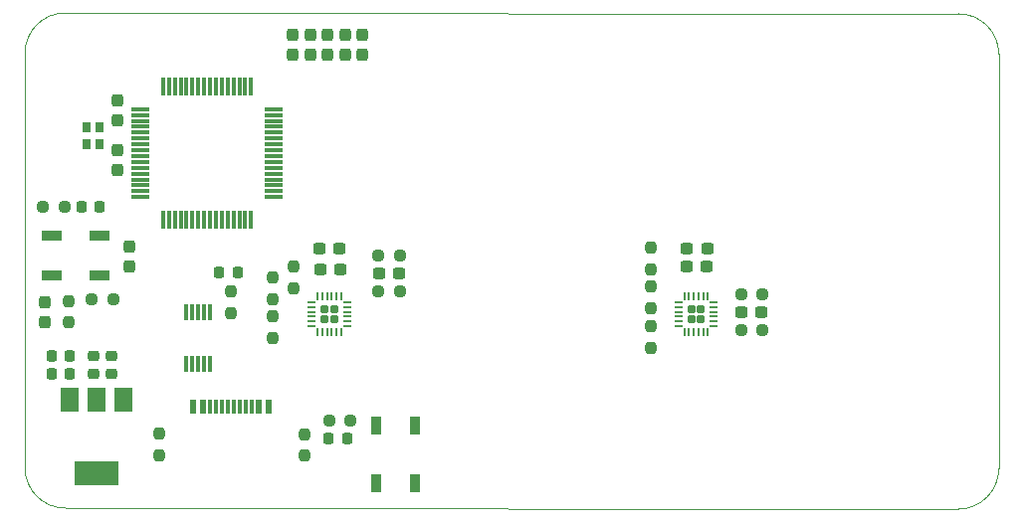
<source format=gtp>
%TF.GenerationSoftware,KiCad,Pcbnew,7.0.2-0*%
%TF.CreationDate,2024-06-12T14:29:37+08:00*%
%TF.ProjectId,angle_detect,616e676c-655f-4646-9574-6563742e6b69,rev?*%
%TF.SameCoordinates,Original*%
%TF.FileFunction,Paste,Top*%
%TF.FilePolarity,Positive*%
%FSLAX46Y46*%
G04 Gerber Fmt 4.6, Leading zero omitted, Abs format (unit mm)*
G04 Created by KiCad (PCBNEW 7.0.2-0) date 2024-06-12 14:29:37*
%MOMM*%
%LPD*%
G01*
G04 APERTURE LIST*
G04 Aperture macros list*
%AMRoundRect*
0 Rectangle with rounded corners*
0 $1 Rounding radius*
0 $2 $3 $4 $5 $6 $7 $8 $9 X,Y pos of 4 corners*
0 Add a 4 corners polygon primitive as box body*
4,1,4,$2,$3,$4,$5,$6,$7,$8,$9,$2,$3,0*
0 Add four circle primitives for the rounded corners*
1,1,$1+$1,$2,$3*
1,1,$1+$1,$4,$5*
1,1,$1+$1,$6,$7*
1,1,$1+$1,$8,$9*
0 Add four rect primitives between the rounded corners*
20,1,$1+$1,$2,$3,$4,$5,0*
20,1,$1+$1,$4,$5,$6,$7,0*
20,1,$1+$1,$6,$7,$8,$9,0*
20,1,$1+$1,$8,$9,$2,$3,0*%
%AMFreePoly0*
4,1,14,0.266715,0.088284,0.363284,-0.008285,0.375000,-0.036569,0.375000,-0.060000,0.363284,-0.088284,0.335000,-0.100000,-0.335000,-0.100000,-0.363284,-0.088284,-0.375000,-0.060000,-0.375000,0.060000,-0.363284,0.088284,-0.335000,0.100000,0.238431,0.100000,0.266715,0.088284,0.266715,0.088284,$1*%
%AMFreePoly1*
4,1,14,0.363284,0.088284,0.375000,0.060000,0.375000,0.036569,0.363284,0.008285,0.266715,-0.088284,0.238431,-0.100000,-0.335000,-0.100000,-0.363284,-0.088284,-0.375000,-0.060000,-0.375000,0.060000,-0.363284,0.088284,-0.335000,0.100000,0.335000,0.100000,0.363284,0.088284,0.363284,0.088284,$1*%
%AMFreePoly2*
4,1,14,0.088284,0.363284,0.100000,0.335000,0.100000,-0.335000,0.088284,-0.363284,0.060000,-0.375000,-0.060000,-0.375000,-0.088284,-0.363284,-0.100000,-0.335000,-0.100000,0.238431,-0.088284,0.266715,0.008285,0.363284,0.036569,0.375000,0.060000,0.375000,0.088284,0.363284,0.088284,0.363284,$1*%
%AMFreePoly3*
4,1,14,-0.008285,0.363284,0.088284,0.266715,0.100000,0.238431,0.100000,-0.335000,0.088284,-0.363284,0.060000,-0.375000,-0.060000,-0.375000,-0.088284,-0.363284,-0.100000,-0.335000,-0.100000,0.335000,-0.088284,0.363284,-0.060000,0.375000,-0.036569,0.375000,-0.008285,0.363284,-0.008285,0.363284,$1*%
%AMFreePoly4*
4,1,14,0.363284,0.088284,0.375000,0.060000,0.375000,-0.060000,0.363284,-0.088284,0.335000,-0.100000,-0.238431,-0.100000,-0.266715,-0.088284,-0.363284,0.008285,-0.375000,0.036569,-0.375000,0.060000,-0.363284,0.088284,-0.335000,0.100000,0.335000,0.100000,0.363284,0.088284,0.363284,0.088284,$1*%
%AMFreePoly5*
4,1,14,0.363284,0.088284,0.375000,0.060000,0.375000,-0.060000,0.363284,-0.088284,0.335000,-0.100000,-0.335000,-0.100000,-0.363284,-0.088284,-0.375000,-0.060000,-0.375000,-0.036569,-0.363284,-0.008285,-0.266715,0.088284,-0.238431,0.100000,0.335000,0.100000,0.363284,0.088284,0.363284,0.088284,$1*%
%AMFreePoly6*
4,1,14,0.088284,0.363284,0.100000,0.335000,0.100000,-0.238431,0.088284,-0.266715,-0.008285,-0.363284,-0.036569,-0.375000,-0.060000,-0.375000,-0.088284,-0.363284,-0.100000,-0.335000,-0.100000,0.335000,-0.088284,0.363284,-0.060000,0.375000,0.060000,0.375000,0.088284,0.363284,0.088284,0.363284,$1*%
%AMFreePoly7*
4,1,14,0.088284,0.363284,0.100000,0.335000,0.100000,-0.335000,0.088284,-0.363284,0.060000,-0.375000,0.036569,-0.375000,0.008285,-0.363284,-0.088284,-0.266715,-0.100000,-0.238431,-0.100000,0.335000,-0.088284,0.363284,-0.060000,0.375000,0.060000,0.375000,0.088284,0.363284,0.088284,0.363284,$1*%
G04 Aperture macros list end*
%ADD10RoundRect,0.237500X0.237500X-0.250000X0.237500X0.250000X-0.237500X0.250000X-0.237500X-0.250000X0*%
%ADD11RoundRect,0.225000X0.225000X0.250000X-0.225000X0.250000X-0.225000X-0.250000X0.225000X-0.250000X0*%
%ADD12R,0.300000X1.400000*%
%ADD13RoundRect,0.160000X0.160000X-0.195000X0.160000X0.195000X-0.160000X0.195000X-0.160000X-0.195000X0*%
%ADD14FreePoly0,90.000000*%
%ADD15RoundRect,0.050000X0.050000X-0.325000X0.050000X0.325000X-0.050000X0.325000X-0.050000X-0.325000X0*%
%ADD16FreePoly1,90.000000*%
%ADD17FreePoly2,90.000000*%
%ADD18RoundRect,0.050000X0.325000X-0.050000X0.325000X0.050000X-0.325000X0.050000X-0.325000X-0.050000X0*%
%ADD19FreePoly3,90.000000*%
%ADD20FreePoly4,90.000000*%
%ADD21FreePoly5,90.000000*%
%ADD22FreePoly6,90.000000*%
%ADD23FreePoly7,90.000000*%
%ADD24RoundRect,0.237500X-0.237500X0.300000X-0.237500X-0.300000X0.237500X-0.300000X0.237500X0.300000X0*%
%ADD25RoundRect,0.218750X0.218750X0.256250X-0.218750X0.256250X-0.218750X-0.256250X0.218750X-0.256250X0*%
%ADD26RoundRect,0.237500X-0.300000X-0.237500X0.300000X-0.237500X0.300000X0.237500X-0.300000X0.237500X0*%
%ADD27R,0.800000X0.900000*%
%ADD28RoundRect,0.225000X0.250000X-0.225000X0.250000X0.225000X-0.250000X0.225000X-0.250000X-0.225000X0*%
%ADD29RoundRect,0.237500X0.300000X0.237500X-0.300000X0.237500X-0.300000X-0.237500X0.300000X-0.237500X0*%
%ADD30RoundRect,0.237500X0.250000X0.237500X-0.250000X0.237500X-0.250000X-0.237500X0.250000X-0.237500X0*%
%ADD31RoundRect,0.075000X-0.700000X-0.075000X0.700000X-0.075000X0.700000X0.075000X-0.700000X0.075000X0*%
%ADD32RoundRect,0.075000X-0.075000X-0.700000X0.075000X-0.700000X0.075000X0.700000X-0.075000X0.700000X0*%
%ADD33RoundRect,0.237500X0.237500X-0.300000X0.237500X0.300000X-0.237500X0.300000X-0.237500X-0.300000X0*%
%ADD34R,0.600000X1.240000*%
%ADD35R,0.300000X1.240000*%
%ADD36RoundRect,0.237500X-0.237500X0.250000X-0.237500X-0.250000X0.237500X-0.250000X0.237500X0.250000X0*%
%ADD37R,1.500000X2.000000*%
%ADD38R,3.800000X2.000000*%
%ADD39RoundRect,0.237500X-0.250000X-0.237500X0.250000X-0.237500X0.250000X0.237500X-0.250000X0.237500X0*%
%ADD40R,1.700000X0.900000*%
%ADD41RoundRect,0.218750X-0.218750X-0.256250X0.218750X-0.256250X0.218750X0.256250X-0.218750X0.256250X0*%
%ADD42R,0.900000X1.500000*%
%TA.AperFunction,Profile*%
%ADD43C,0.100000*%
%TD*%
G04 APERTURE END LIST*
D10*
%TO.C,R2*%
X73023000Y-166231000D03*
X73023000Y-164406000D03*
%TD*%
%TO.C,R8*%
X102489000Y-153670000D03*
X102489000Y-151845000D03*
%TD*%
D11*
%TO.C,C4*%
X53099000Y-159258000D03*
X51549000Y-159258000D03*
%TD*%
%TO.C,C3*%
X53086000Y-157734000D03*
X51536000Y-157734000D03*
%TD*%
D10*
%TO.C,R11*%
X70358000Y-152908000D03*
X70358000Y-151083000D03*
%TD*%
D12*
%TO.C,U5*%
X63008000Y-158410000D03*
X63508000Y-158410000D03*
X64008000Y-158410000D03*
X64508000Y-158410000D03*
X65008000Y-158410000D03*
X65008000Y-154010000D03*
X64508000Y-154010000D03*
X64008000Y-154010000D03*
X63508000Y-154010000D03*
X63008000Y-154010000D03*
%TD*%
D10*
%TO.C,R13*%
X72136000Y-151939000D03*
X72136000Y-150114000D03*
%TD*%
D13*
%TO.C,U3*%
X74784000Y-154618000D03*
X75584000Y-154618000D03*
X74784000Y-153738000D03*
X75584000Y-153738000D03*
D14*
X74184000Y-155678000D03*
D15*
X74584000Y-155678000D03*
X74984000Y-155678000D03*
X75384000Y-155678000D03*
X75784000Y-155678000D03*
D16*
X76184000Y-155678000D03*
D17*
X76684000Y-155178000D03*
D18*
X76684000Y-154778000D03*
X76684000Y-154378000D03*
X76684000Y-153978000D03*
X76684000Y-153578000D03*
D19*
X76684000Y-153178000D03*
D20*
X76184000Y-152678000D03*
D15*
X75784000Y-152678000D03*
X75384000Y-152678000D03*
X74984000Y-152678000D03*
X74584000Y-152678000D03*
D21*
X74184000Y-152678000D03*
D22*
X73684000Y-153178000D03*
D18*
X73684000Y-153578000D03*
X73684000Y-153978000D03*
X73684000Y-154378000D03*
X73684000Y-154778000D03*
D23*
X73684000Y-155178000D03*
%TD*%
D24*
%TO.C,C12*%
X76504800Y-130357200D03*
X76504800Y-132082200D03*
%TD*%
D25*
%TO.C,uart_led1*%
X67361000Y-150622000D03*
X65786000Y-150622000D03*
%TD*%
D26*
%TO.C,C17*%
X79378000Y-150749000D03*
X81103000Y-150749000D03*
%TD*%
D27*
%TO.C,Y2*%
X54526000Y-138300000D03*
X54526000Y-139700000D03*
X55626000Y-139700000D03*
X55626000Y-138300000D03*
%TD*%
D25*
%TO.C,power_led1*%
X76706000Y-164787000D03*
X75131000Y-164787000D03*
%TD*%
D28*
%TO.C,C6*%
X56642000Y-159258000D03*
X56642000Y-157708000D03*
%TD*%
D29*
%TO.C,C16*%
X76147000Y-150368000D03*
X74422000Y-150368000D03*
%TD*%
D30*
%TO.C,R7*%
X112037500Y-155575000D03*
X110212500Y-155575000D03*
%TD*%
D31*
%TO.C,U1*%
X59095000Y-136712000D03*
X59095000Y-137212000D03*
X59095000Y-137712000D03*
X59095000Y-138212000D03*
X59095000Y-138712000D03*
X59095000Y-139212000D03*
X59095000Y-139712000D03*
X59095000Y-140212000D03*
X59095000Y-140712000D03*
X59095000Y-141212000D03*
X59095000Y-141712000D03*
X59095000Y-142212000D03*
X59095000Y-142712000D03*
X59095000Y-143212000D03*
X59095000Y-143712000D03*
X59095000Y-144212000D03*
D32*
X61020000Y-146137000D03*
X61520000Y-146137000D03*
X62020000Y-146137000D03*
X62520000Y-146137000D03*
X63020000Y-146137000D03*
X63520000Y-146137000D03*
X64020000Y-146137000D03*
X64520000Y-146137000D03*
X65020000Y-146137000D03*
X65520000Y-146137000D03*
X66020000Y-146137000D03*
X66520000Y-146137000D03*
X67020000Y-146137000D03*
X67520000Y-146137000D03*
X68020000Y-146137000D03*
X68520000Y-146137000D03*
D31*
X70445000Y-144212000D03*
X70445000Y-143712000D03*
X70445000Y-143212000D03*
X70445000Y-142712000D03*
X70445000Y-142212000D03*
X70445000Y-141712000D03*
X70445000Y-141212000D03*
X70445000Y-140712000D03*
X70445000Y-140212000D03*
X70445000Y-139712000D03*
X70445000Y-139212000D03*
X70445000Y-138712000D03*
X70445000Y-138212000D03*
X70445000Y-137712000D03*
X70445000Y-137212000D03*
X70445000Y-136712000D03*
D32*
X68520000Y-134787000D03*
X68020000Y-134787000D03*
X67520000Y-134787000D03*
X67020000Y-134787000D03*
X66520000Y-134787000D03*
X66020000Y-134787000D03*
X65520000Y-134787000D03*
X65020000Y-134787000D03*
X64520000Y-134787000D03*
X64020000Y-134787000D03*
X63520000Y-134787000D03*
X63020000Y-134787000D03*
X62520000Y-134787000D03*
X62020000Y-134787000D03*
X61520000Y-134787000D03*
X61020000Y-134787000D03*
%TD*%
D24*
%TO.C,C7*%
X57150000Y-135943000D03*
X57150000Y-137668000D03*
%TD*%
D29*
%TO.C,C2*%
X107315000Y-148590000D03*
X105590000Y-148590000D03*
%TD*%
D33*
%TO.C,C14*%
X50927000Y-154891000D03*
X50927000Y-153166000D03*
%TD*%
D34*
%TO.C,J3*%
X63602000Y-162078000D03*
X64402000Y-162078000D03*
D35*
X65552000Y-162078000D03*
X66552000Y-162078000D03*
X67052000Y-162078000D03*
X68052000Y-162078000D03*
D34*
X69202000Y-162078000D03*
X70002000Y-162078000D03*
X70002000Y-162078000D03*
X69202000Y-162078000D03*
D35*
X68552000Y-162078000D03*
X67552000Y-162078000D03*
X66052000Y-162078000D03*
X65052000Y-162078000D03*
D34*
X64402000Y-162078000D03*
X63602000Y-162078000D03*
%TD*%
D36*
%TO.C,R1*%
X60704000Y-164359000D03*
X60704000Y-166184000D03*
%TD*%
D30*
%TO.C,R16*%
X112037500Y-152527000D03*
X110212500Y-152527000D03*
%TD*%
D36*
%TO.C,R5*%
X52959000Y-153066000D03*
X52959000Y-154891000D03*
%TD*%
D33*
%TO.C,C8*%
X57150000Y-141933000D03*
X57150000Y-140208000D03*
%TD*%
D30*
%TO.C,R14*%
X81153000Y-152273000D03*
X79328000Y-152273000D03*
%TD*%
D37*
%TO.C,U4*%
X57672000Y-161442000D03*
X55372000Y-161442000D03*
D38*
X55372000Y-167742000D03*
D37*
X53072000Y-161442000D03*
%TD*%
D30*
%TO.C,R4*%
X52625000Y-145034000D03*
X50800000Y-145034000D03*
%TD*%
D39*
%TO.C,R9*%
X54967500Y-152908000D03*
X56792500Y-152908000D03*
%TD*%
D36*
%TO.C,R18*%
X66802000Y-152249500D03*
X66802000Y-154074500D03*
%TD*%
D24*
%TO.C,C11*%
X75031600Y-130355000D03*
X75031600Y-132080000D03*
%TD*%
D36*
%TO.C,R12*%
X70358000Y-154385000D03*
X70358000Y-156210000D03*
%TD*%
D24*
%TO.C,C15*%
X58166000Y-148414000D03*
X58166000Y-150139000D03*
%TD*%
D40*
%TO.C,SW2*%
X55626000Y-150876000D03*
X55626000Y-147476000D03*
%TD*%
D29*
%TO.C,C18*%
X76046500Y-148590000D03*
X74321500Y-148590000D03*
%TD*%
D36*
%TO.C,R10*%
X102489000Y-155194000D03*
X102489000Y-157019000D03*
%TD*%
D41*
%TO.C,user_led1*%
X54076500Y-145034000D03*
X55651500Y-145034000D03*
%TD*%
D24*
%TO.C,C10*%
X73558400Y-130356100D03*
X73558400Y-132081100D03*
%TD*%
D30*
%TO.C,R3*%
X76960000Y-163263000D03*
X75135000Y-163263000D03*
%TD*%
D29*
%TO.C,C1*%
X107288500Y-150114000D03*
X105563500Y-150114000D03*
%TD*%
D10*
%TO.C,R17*%
X102489000Y-150368000D03*
X102489000Y-148543000D03*
%TD*%
D26*
%TO.C,C19*%
X110236000Y-154051000D03*
X111961000Y-154051000D03*
%TD*%
D13*
%TO.C,U2*%
X105975200Y-154618000D03*
X106775200Y-154618000D03*
X105975200Y-153738000D03*
X106775200Y-153738000D03*
D14*
X105375200Y-155678000D03*
D15*
X105775200Y-155678000D03*
X106175200Y-155678000D03*
X106575200Y-155678000D03*
X106975200Y-155678000D03*
D16*
X107375200Y-155678000D03*
D17*
X107875200Y-155178000D03*
D18*
X107875200Y-154778000D03*
X107875200Y-154378000D03*
X107875200Y-153978000D03*
X107875200Y-153578000D03*
D19*
X107875200Y-153178000D03*
D20*
X107375200Y-152678000D03*
D15*
X106975200Y-152678000D03*
X106575200Y-152678000D03*
X106175200Y-152678000D03*
X105775200Y-152678000D03*
D21*
X105375200Y-152678000D03*
D22*
X104875200Y-153178000D03*
D18*
X104875200Y-153578000D03*
X104875200Y-153978000D03*
X104875200Y-154378000D03*
X104875200Y-154778000D03*
D23*
X104875200Y-155178000D03*
%TD*%
D24*
%TO.C,C9*%
X72085200Y-130356100D03*
X72085200Y-132081100D03*
%TD*%
D28*
%TO.C,C5*%
X55118000Y-159258000D03*
X55118000Y-157708000D03*
%TD*%
D30*
%TO.C,R15*%
X81153000Y-149225000D03*
X79328000Y-149225000D03*
%TD*%
D24*
%TO.C,C13*%
X77978000Y-130355000D03*
X77978000Y-132080000D03*
%TD*%
D42*
%TO.C,D1*%
X79122000Y-168566000D03*
X82422000Y-168566000D03*
X82422000Y-163666000D03*
X79122000Y-163666000D03*
%TD*%
D40*
%TO.C,SW1*%
X51562000Y-147476000D03*
X51562000Y-150876000D03*
%TD*%
D43*
X49276000Y-167259000D02*
G75*
G03*
X52705000Y-170688000I3429000J0D01*
G01*
X128701800Y-170764200D02*
G75*
G03*
X132130800Y-167335200I0J3429000D01*
G01*
X52705000Y-128524000D02*
X128701800Y-128600200D01*
X49276000Y-167259000D02*
X49276000Y-131953000D01*
X132130800Y-132029200D02*
X132130800Y-167335200D01*
X52705000Y-128524000D02*
G75*
G03*
X49276000Y-131953000I0J-3429000D01*
G01*
X128701800Y-170764200D02*
X52705000Y-170688000D01*
X132130800Y-132029200D02*
G75*
G03*
X128701800Y-128600200I-3429000J0D01*
G01*
M02*

</source>
